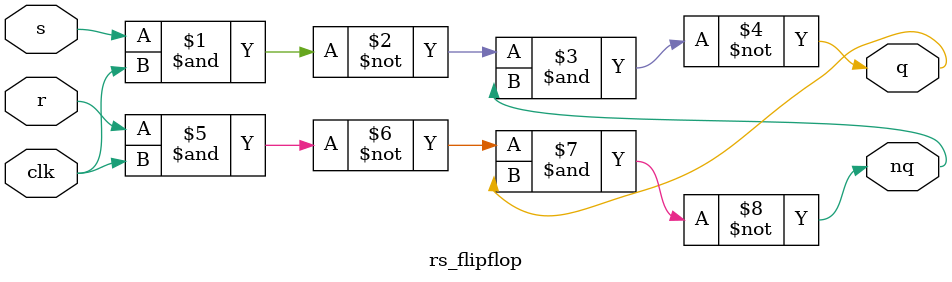
<source format=v>
`timescale 1ns / 1ps
module rs_flipflop(
    input clk, s, r,
    output q, nq
);
assign q = ~(~(s & clk) & nq);
assign nq = ~(~(r & clk) & q);
endmodule
</source>
